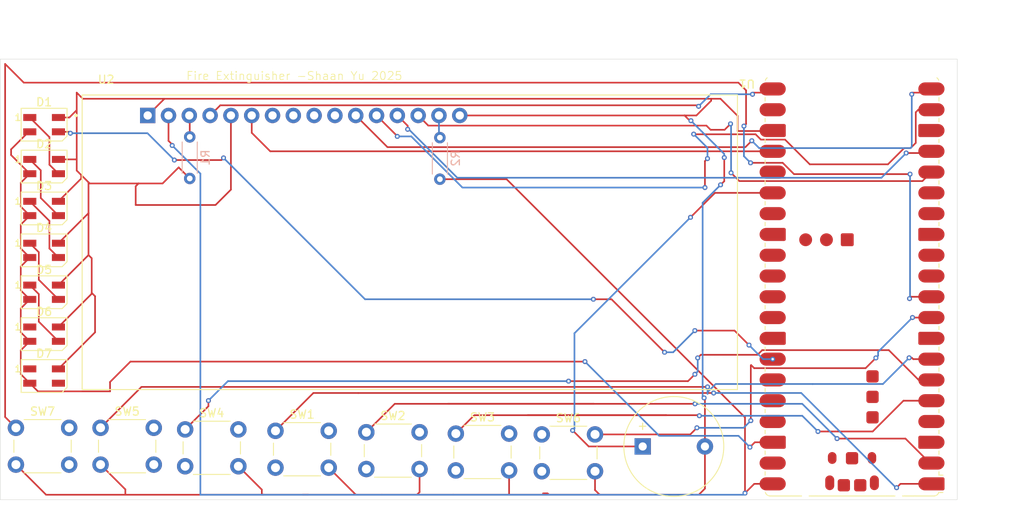
<source format=kicad_pcb>
(kicad_pcb (version 20240108) (generator "pcbnew") (generator_version "8.0")
  (layers (0 "F.Cu" signal) (31 "B.Cu" signal) (34 "B.Paste" user) (35 "F.Paste" user) (36 "B.SilkS" user "B.Silkscreen") (37 "F.SilkS" user "F.Silkscreen") (38 "B.Mask" user) (39 "F.Mask" user) (44 "Edge.Cuts" user))
  (net 0 "")
  (net 1 "Net-(BZ1-+)")
  (net 2 "Net-(BZ1--)")
  (net 3 "Net-(U2-VO)")
  (net 4 "Net-(U2-A)")
  (net 5 "Net-(U1-VBUS)")
  (net 6 "Net-(U1-GPIO0)")
  (net 7 "Net-(U1-GPIO1)")
  (net 8 "Net-(U1-GPIO3)")
  (net 12 "Net-(U1-GPIO14)")
  (net 14 "Net-(U1-GPIO18)")
  (net 18 "Net-(U1-GPIO4)")
  (net 19 "Net-(U1-GPIO13)")
  (net 21 "Net-(U1-GPIO16)")
  (net 23 "Net-(U1-GPIO15)")
  (net 26 "Net-(U1-GPIO12)")
  (net 33 "Net-(U1-GPIO5)")
  (net 36 "Net-(U1-GPIO6)")
  (net 39 "Net-(U1-GPIO7)")
  (net 45 "Net-(D1-DIN)")
  (net 46 "Net-(D1-DOUT)")
  (net 47 "Net-(D1-VSS)")
  (net 48 "Net-(D2-DOUT)")
  (net 49 "Net-(D3-DOUT)")
  (net 50 "Net-(D4-DOUT)")
  (net 51 "Net-(D5-DOUT)")
  (footprint "Button_Switch_THT:SW_PUSH_6mm" (layer "F.Cu") (at 81.85 72.06)
    (property "Reference" "SW3")
    (property "Value" "SW_Push")
  )
  (footprint "LED_SMD:LED_SK6812MINI_PLCC4_3.5x3.5mm_P1.75mm" (layer "F.Cu") (at 31.58 34.305)
    (property "Reference" "D1")
    (property "Value" "SK6812MINI")
  )
  (footprint "Button_Switch_THT:SW_PUSH_6mm" (layer "F.Cu") (at 92.34 72.16)
    (property "Reference" "SW6")
    (property "Value" "SW_Push")
  )
  (footprint "Button_Switch_THT:SW_PUSH_6mm" (layer "F.Cu") (at 28.14 71.35)
    (property "Reference" "SW7")
    (property "Value" "SW_Push")
  )
  (footprint "LED_SMD:LED_SK6812MINI_PLCC4_3.5x3.5mm_P1.75mm" (layer "F.Cu") (at 31.58 59.905)
    (property "Reference" "D6")
    (property "Value" "SK6812MINI")
  )
  (footprint "LED_SMD:LED_SK6812MINI_PLCC4_3.5x3.5mm_P1.75mm" (layer "F.Cu") (at 31.58 44.545)
    (property "Reference" "D3")
    (property "Value" "SK6812MINI")
  )
  (footprint "Button_Switch_THT:SW_PUSH_6mm" (layer "F.Cu") (at 48.8 71.55)
    (property "Reference" "SW4")
    (property "Value" "SW_Push")
  )
  (footprint "LED_SMD:LED_SK6812MINI_PLCC4_3.5x3.5mm_P1.75mm" (layer "F.Cu") (at 31.58 65.025)
    (property "Reference" "D7")
    (property "Value" "SK6812MINI")
  )
  (footprint "Buzzer_Beeper:Buzzer_12x9.5RM7.6" (layer "F.Cu") (at 104.66 73.63)
    (property "Reference" "BZ1" (hide yes))
    (property "Value" "Buzzer")
  )
  (footprint "Button_Switch_THT:SW_PUSH_6mm" (layer "F.Cu") (at 70.92 71.89)
    (property "Reference" "SW2")
    (property "Value" "SW_Push")
  )
  (footprint "Module:RaspberryPi_Pico_W_SMD" (layer "F.Cu") (at 130.22 54.07 180)
    (property "Reference" "U1")
    (property "Value" "Pico")
  )
  (footprint "LED_SMD:LED_SK6812MINI_PLCC4_3.5x3.5mm_P1.75mm" (layer "F.Cu") (at 31.58 54.785)
    (property "Reference" "D5")
    (property "Value" "SK6812MINI")
  )
  (footprint "LED_SMD:LED_SK6812MINI_PLCC4_3.5x3.5mm_P1.75mm" (layer "F.Cu") (at 31.58 39.425)
    (property "Reference" "D2")
    (property "Value" "SK6812MINI")
  )
  (footprint "Button_Switch_THT:SW_PUSH_6mm" (layer "F.Cu") (at 59.83 71.72)
    (property "Reference" "SW1")
    (property "Value" "SW_Push")
  )
  (footprint "Button_Switch_THT:SW_PUSH_6mm" (layer "F.Cu") (at 38.47 71.35)
    (property "Reference" "SW5")
    (property "Value" "SW_Push")
  )
  (footprint "LCD-16X2:MODULE_LCD-16X2" (layer "F.Cu") (at 76.2275 48.68)
    (property "Reference" "U2")
    (property "Value" "LCD-16X2")
  )
  (footprint "LED_SMD:LED_SK6812MINI_PLCC4_3.5x3.5mm_P1.75mm" (layer "F.Cu") (at 31.58 49.665)
    (property "Reference" "D4")
    (property "Value" "SK6812MINI")
  )
  (footprint "Resistor_THT:R_Axial_DIN0204_L3.6mm_D1.6mm_P5.08mm_Horizontal" (layer "B.Cu") (at 49.36 40.88 90)
    (property "Reference" "R1")
    (property "Value" "R")
  )
  (footprint "Resistor_THT:R_Axial_DIN0204_L3.6mm_D1.6mm_P5.08mm_Horizontal" (layer "B.Cu") (at 79.9 40.97 90)
    (property "Reference" "R2")
    (property "Value" "R")
  )
  (gr_rect (start 26.22 26.29) (end 143.06 80.13) (stroke (width 0.05)) (fill none) (layer "Edge.Cuts"))
  (gr_text "Fire Extinguisher -Shaan Yu 2025" (at 48.87 28.93 0) (layer "F.SilkS") (effects (font (size 1 1) (thickness 0.1)) (justify left bottom)))
  (segment (start 110.5 45.63) (end 113.49 42.64) (width 0.2) (layer "F.Cu") (net 1))
  (segment (start 104.66 73.63) (end 98.07 73.63) (width 0.2) (layer "F.Cu") (net 1))
  (segment (start 98.07 73.63) (end 96.11 71.67) (width 0.2) (layer "F.Cu") (net 1))
  (segment (start 113.49 42.64) (end 120.53 42.64) (width 0.2) (layer "F.Cu") (net 1))
  (via (at 96.11 71.67) (size 0.6) (drill 0.3) (layers "F.Cu" "B.Cu") (net 1))
  (via (at 110.5 45.63) (size 0.6) (drill 0.3) (layers "F.Cu" "B.Cu") (net 1))
  (segment (start 96.33 71.45) (end 96.33 59.8) (width 0.2) (layer "B.Cu") (net 1))
  (segment (start 96.33 59.8) (end 110.5 45.63) (width 0.2) (layer "B.Cu") (net 1))
  (segment (start 96.11 71.67) (end 96.33 71.45) (width 0.2) (layer "B.Cu") (net 1))
  (segment (start 46.2675 31.14) (end 113.02 31.14) (width 0.2) (layer "F.Cu") (net 2))
  (segment (start 113.02 31.378529) (end 113.02 31.14) (width 0.2) (layer "F.Cu") (net 2))
  (segment (start 112.26 67.797952) (end 112.16 67.697952) (width 0.2) (layer "F.Cu") (net 2))
  (segment (start 55.3 76.05) (end 58.16 78.91) (width 0.2) (layer "F.Cu") (net 2))
  (segment (start 41.5 79.53) (end 58.39 79.53) (width 0.2) (layer "F.Cu") (net 2))
  (segment (start 110.4098 33.8198) (end 109.77 33.18) (width 0.2) (layer "F.Cu") (net 2))
  (segment (start 33.33 33.43) (end 34.66 33.43) (width 0.2) (layer "F.Cu") (net 2))
  (segment (start 114.162374 31.14) (end 116.25 33.227626) (width 0.2) (layer "F.Cu") (net 2))
  (segment (start 77.42 79.21) (end 77.1 79.53) (width 0.2) (layer "F.Cu") (net 2))
  (segment (start 38.47 75.85) (end 41.5 78.88) (width 0.2) (layer "F.Cu") (net 2))
  (segment (start 33.33 43.67) (end 36.11 40.89) (width 0.2) (layer "F.Cu") (net 2))
  (segment (start 111.218529 33.18) (end 113.02 31.378529) (width 0.2) (layer "F.Cu") (net 2))
  (segment (start 31.82 79.53) (end 41.5 79.53) (width 0.2) (layer "F.Cu") (net 2))
  (segment (start 69.61 79.53) (end 72.81 79.53) (width 0.2) (layer "F.Cu") (net 2))
  (segment (start 37.14 41.49) (end 37 41.35) (width 0.2) (layer "F.Cu") (net 2))
  (segment (start 48.0073 39.5273) (end 46.0446 41.49) (width 0.2) (layer "F.Cu") (net 2))
  (segment (start 37 41.35) (end 36.11 40.46) (width 0.2) (layer "F.Cu") (net 2))
  (segment (start 33.33 48.79) (end 37 45.12) (width 0.2) (layer "F.Cu") (net 2))
  (segment (start 54.3875 42.2425) (end 52.51 44.12) (width 0.2) (layer "F.Cu") (net 2))
  (segment (start 120.47 35.08) (end 120.53 35.02) (width 0.2) (layer "F.Cu") (net 2))
  (segment (start 36.11 40.46) (end 35.56 39.91) (width 0.2) (layer "F.Cu") (net 2))
  (segment (start 93.21 79.53) (end 99.41 79.53) (width 0.2) (layer "F.Cu") (net 2))
  (segment (start 93.04 79.36) (end 93.21 79.53) (width 0.2) (layer "F.Cu") (net 2))
  (segment (start 112.26 73.63) (end 112.26 67.797952) (width 0.2) (layer "F.Cu") (net 2))
  (segment (start 72.81 79.53) (end 77.1 79.53) (width 0.2) (layer "F.Cu") (net 2))
  (segment (start 110.55 33.8198) (end 110.4098 33.8198) (width 0.2) (layer "F.Cu") (net 2))
  (segment (start 88.35 76.56) (end 88.35 79.48) (width 0.2) (layer "F.Cu") (net 2))
  (segment (start 33.33 53.91) (end 37 50.24) (width 0.2) (layer "F.Cu") (net 2))
  (segment (start 77.42 76.39) (end 77.42 79.21) (width 0.2) (layer "F.Cu") (net 2))
  (segment (start 54.3875 33.18) (end 54.3875 42.2425) (width 0.2) (layer "F.Cu") (net 2))
  (segment (start 37.8 59.68) (end 37.8 55.27) (width 0.2) (layer "F.Cu") (net 2))
  (segment (start 35.56 39.91) (end 35.56 38.62) (width 0.2) (layer "F.Cu") (net 2))
  (segment (start 42.76 41.84) (end 43.11 41.49) (width 0.2) (layer "F.Cu") (net 2))
  (segment (start 99.41 79.53) (end 111.61 79.53) (width 0.2) (layer "F.Cu") (net 2))
  (segment (start 92.5 79.36) (end 93.04 79.36) (width 0.2) (layer "F.Cu") (net 2))
  (segment (start 37.8 55.27) (end 37.39 54.86) (width 0.2) (layer "F.Cu") (net 2))
  (segment (start 82.3275 33.18) (end 109.77 33.18) (width 0.2) (layer "F.Cu") (net 2))
  (segment (start 116.25 33.227626) (end 116.25 35.08) (width 0.2) (layer "F.Cu") (net 2))
  (segment (start 113.02 31.14) (end 114.162374 31.14) (width 0.2) (layer "F.Cu") (net 2))
  (segment (start 28.14 75.85) (end 31.82 79.53) (width 0.2) (layer "F.Cu") (net 2))
  (segment (start 35.49 38.55) (end 35.56 38.62) (width 0.2) (layer "F.Cu") (net 2))
  (segment (start 77.1 79.53) (end 81.53 79.53) (width 0.2) (layer "F.Cu") (net 2))
  (segment (start 58.39 79.53) (end 63.82 79.53) (width 0.2) (layer "F.Cu") (net 2))
  (segment (start 52.51 44.12) (end 42.76 44.12) (width 0.2) (layer "F.Cu") (net 2))
  (segment (start 114.62 41.21) (end 114.62 38.33) (width 0.2) (layer "F.Cu") (net 2))
  (segment (start 37 45.12) (end 37 41.35) (width 0.2) (layer "F.Cu") (net 2))
  (segment (start 88.35 79.48) (end 88.4 79.53) (width 0.2) (layer "F.Cu") (net 2))
  (segment (start 43.11 41.49) (end 37.14 41.49) (width 0.2) (layer "F.Cu") (net 2))
  (segment (start 111.61 79.43) (end 112.26 78.78) (width 0.2) (layer "F.Cu") (net 2))
  (segment (start 109.77 33.18) (end 111.218529 33.18) (width 0.2) (layer "F.Cu") (net 2))
  (segment (start 37.39 50.63) (end 37 50.24) (width 0.2) (layer "F.Cu") (net 2))
  (segment (start 35.56 38.62) (end 35.56 32.53) (width 0.2) (layer "F.Cu") (net 2))
  (segment (start 88.4 79.53) (end 93.21 79.53) (width 0.2) (layer "F.Cu") (net 2))
  (segment (start 114.17 41.66) (end 114.62 41.21) (width 0.2) (layer "F.Cu") (net 2))
  (segment (start 111.61 79.53) (end 111.61 79.43) (width 0.2) (layer "F.Cu") (net 2))
  (segment (start 69.61 79.5) (end 69.61 79.53) (width 0.2) (layer "F.Cu") (net 2))
  (segment (start 36.11 40.89) (end 36.11 40.46) (width 0.2) (layer "F.Cu") (net 2))
  (segment (start 33.33 59.03) (end 37.39 54.97) (width 0.2) (layer "F.Cu") (net 2))
  (segment (start 63.14 79.53) (end 63.82 79.53) (width 0.2) (layer "F.Cu") (net 2))
  (segment (start 46.0446 41.49) (end 43.11 41.49) (width 0.2) (layer "F.Cu") (net 2))
  (segment (start 55.1 75.85) (end 55.3 76.05) (width 0.2) (layer "F.Cu") (net 2))
  (segment (start 35.56 32.53) (end 35.56 30.39) (width 0.2) (layer "F.Cu") (net 2))
  (segment (start 37.39 54.97) (end 37.39 54.86) (width 0.2) (layer "F.Cu") (net 2))
  (segment (start 37 50.24) (end 37 45.12) (width 0.2) (layer "F.Cu") (net 2))
  (segment (start 42.76 44.12) (end 42.76 41.84) (width 0.2) (layer "F.Cu") (net 2))
  (segment (start 33.33 38.55) (end 35.49 38.55) (width 0.2) (layer "F.Cu") (net 2))
  (segment (start 58.16 79.53) (end 58.39 79.53) (width 0.2) (layer "F.Cu") (net 2))
  (segment (start 116.25 35.08) (end 120.47 35.08) (width 0.2) (layer "F.Cu") (net 2))
  (segment (start 63.82 79.53) (end 69.61 79.53) (width 0.2) (layer "F.Cu") (net 2))
  (segment (start 36.31 31.14) (end 46.2675 31.14) (width 0.2) (layer "F.Cu") (net 2))
  (segment (start 33.33 64.15) (end 37.8 59.68) (width 0.2) (layer "F.Cu") (net 2))
  (segment (start 112.26 78.78) (end 112.26 73.63) (width 0.2) (layer "F.Cu") (net 2))
  (segment (start 41.5 78.88) (end 41.5 79.53) (width 0.2) (layer "F.Cu") (net 2))
  (segment (start 34.66 33.43) (end 35.56 32.53) (width 0.2) (layer "F.Cu") (net 2))
  (segment (start 49.36 40.88) (end 48.0073 39.5273) (width 0.2) (layer "F.Cu") (net 2))
  (segment (start 35.56 30.39) (end 36.31 31.14) (width 0.2) (layer "F.Cu") (net 2))
  (segment (start 81.53 79.53) (end 88.4 79.53) (width 0.2) (layer "F.Cu") (net 2))
  (segment (start 98.84 76.66) (end 98.84 78.96) (width 0.2) (layer "F.Cu") (net 2))
  (segment (start 44.2275 33.18) (end 46.2675 31.14) (width 0.2) (layer "F.Cu") (net 2))
  (segment (start 66.33 76.22) (end 69.61 79.5) (width 0.2) (layer "F.Cu") (net 2))
  (segment (start 98.84 78.96) (end 99.41 79.53) (width 0.2) (layer "F.Cu") (net 2))
  (segment (start 58.16 78.91) (end 58.16 79.53) (width 0.2) (layer "F.Cu") (net 2))
  (segment (start 37.39 54.86) (end 37.39 50.63) (width 0.2) (layer "F.Cu") (net 2))
  (via (at 112.16 67.697952) (size 0.6) (drill 0.3) (layers "F.Cu" "B.Cu") (net 2))
  (via (at 114.17 41.66) (size 0.6) (drill 0.3) (layers "F.Cu" "B.Cu") (net 2))
  (via (at 114.62 38.33) (size 0.6) (drill 0.3) (layers "F.Cu" "B.Cu") (net 2))
  (via (at 110.55 33.8198) (size 0.6) (drill 0.3) (layers "F.Cu" "B.Cu") (net 2))
  (segment (start 112.16 67.697952) (end 111.9775 67.515452) (width 0.2) (layer "B.Cu") (net 2))
  (segment (start 111.9775 67.515452) (end 111.9775 43.8525) (width 0.2) (layer "B.Cu") (net 2))
  (segment (start 114.62 38.33) (end 114.62 37.8898) (width 0.2) (layer "B.Cu") (net 2))
  (segment (start 114.62 37.8898) (end 110.55 33.8198) (width 0.2) (layer "B.Cu") (net 2))
  (segment (start 111.9775 43.8525) (end 114.17 41.66) (width 0.2) (layer "B.Cu") (net 2))
  (segment (start 49.36 35.8) (end 49.36 33.2325) (width 0.2) (layer "F.Cu") (net 3))
  (segment (start 49.36 33.2325) (end 49.3075 33.18) (width 0.2) (layer "F.Cu") (net 3))
  (segment (start 79.7875 33.18) (end 79.7875 35.7775) (width 0.2) (layer "B.Cu") (net 4))
  (segment (start 79.7875 35.7775) (end 79.9 35.89) (width 0.2) (layer "B.Cu") (net 4))
  (segment (start 118.28 78.2) (end 120.53 78.2) (width 0.2) (layer "F.Cu") (net 5))
  (segment (start 88.042626 40.97) (end 79.9 40.97) (width 0.2) (layer "F.Cu") (net 5))
  (segment (start 117.15 70.077374) (end 88.042626 40.97) (width 0.2) (layer "F.Cu") (net 5))
  (segment (start 46.7675 36.2775) (end 47.2 36.71) (width 0.2) (layer "F.Cu") (net 5))
  (segment (start 117.15 79.33) (end 117.15 70.077374) (width 0.2) (layer "F.Cu") (net 5))
  (segment (start 47.2 36.71) (end 47.2 36.83) (width 0.2) (layer "F.Cu") (net 5))
  (segment (start 47.2 36.83) (end 47.22 36.85) (width 0.2) (layer "F.Cu") (net 5))
  (segment (start 117.15 79.33) (end 118.28 78.2) (width 0.2) (layer "F.Cu") (net 5))
  (segment (start 46.7675 33.18) (end 46.7675 36.2775) (width 0.2) (layer "F.Cu") (net 5))
  (via (at 117.15 79.33) (size 0.6) (drill 0.3) (layers "F.Cu" "B.Cu") (net 5))
  (via (at 47.22 36.85) (size 0.6) (drill 0.3) (layers "F.Cu" "B.Cu") (net 5))
  (segment (start 50.66 79.53) (end 116.95 79.53) (width 0.2) (layer "B.Cu") (net 5))
  (segment (start 116.95 79.53) (end 117.15 79.33) (width 0.2) (layer "B.Cu") (net 5))
  (segment (start 50.66 40.29) (end 50.66 79.53) (width 0.2) (layer "B.Cu") (net 5))
  (segment (start 47.22 36.85) (end 50.66 40.29) (width 0.2) (layer "B.Cu") (net 5))
  (segment (start 135.66 78.67) (end 136.13 78.2) (width 0.2) (layer "F.Cu") (net 6))
  (segment (start 69.93 67.097952) (end 113.322048 67.097952) (width 0.2) (layer "F.Cu") (net 6))
  (segment (start 64.452048 67.097952) (end 69.93 67.097952) (width 0.2) (layer "F.Cu") (net 6))
  (segment (start 59.83 71.72) (end 64.452048 67.097952) (width 0.2) (layer "F.Cu") (net 6))
  (segment (start 136.13 78.2) (end 139.91 78.2) (width 0.2) (layer "F.Cu") (net 6))
  (via (at 135.66 78.67) (size 0.6) (drill 0.3) (layers "F.Cu" "B.Cu") (net 6))
  (via (at 113.322048 67.097952) (size 0.6) (drill 0.3) (layers "F.Cu" "B.Cu") (net 6))
  (segment (start 135.6 78.61) (end 135.66 78.67) (width 0.2) (layer "B.Cu") (net 6))
  (segment (start 113.322048 67.097952) (end 124.017952 67.097952) (width 0.2) (layer "B.Cu") (net 6))
  (segment (start 135.53 78.61) (end 135.6 78.61) (width 0.2) (layer "B.Cu") (net 6))
  (segment (start 124.017952 67.097952) (end 135.53 78.61) (width 0.2) (layer "B.Cu") (net 6))
  (segment (start 98.66 68.42) (end 111.05 68.42) (width 0.2) (layer "F.Cu") (net 7))
  (segment (start 74.39 68.42) (end 98.66 68.42) (width 0.2) (layer "F.Cu") (net 7))
  (segment (start 80.89 68.42) (end 98.66 68.42) (width 0.2) (layer "F.Cu") (net 7))
  (segment (start 74.39 68.42) (end 70.92 71.89) (width 0.2) (layer "F.Cu") (net 7))
  (segment (start 128.39 72.67) (end 136.740417 72.67) (width 0.2) (layer "F.Cu") (net 7))
  (segment (start 139.730417 75.66) (end 139.91 75.66) (width 0.2) (layer "F.Cu") (net 7))
  (segment (start 136.740417 72.67) (end 139.730417 75.66) (width 0.2) (layer "F.Cu") (net 7))
  (via (at 128.39 72.67) (size 0.6) (drill 0.3) (layers "F.Cu" "B.Cu") (net 7))
  (via (at 111.05 68.42) (size 0.6) (drill 0.3) (layers "F.Cu" "B.Cu") (net 7))
  (segment (start 111.05 68.42) (end 124.14 68.42) (width 0.2) (layer "B.Cu") (net 7))
  (segment (start 124.14 68.42) (end 128.39 72.67) (width 0.2) (layer "B.Cu") (net 7))
  (segment (start 126.06 71.8) (end 132.73853 71.8) (width 0.2) (layer "F.Cu") (net 8))
  (segment (start 90.6 69.81) (end 107.53 69.81) (width 0.2) (layer "F.Cu") (net 8))
  (segment (start 84.1 69.81) (end 107.53 69.81) (width 0.2) (layer "F.Cu") (net 8))
  (segment (start 107.53 69.81) (end 111.29 69.81) (width 0.2) (layer "F.Cu") (net 8))
  (segment (start 111.29 69.81) (end 111.51 69.81) (width 0.2) (layer "F.Cu") (net 8))
  (segment (start 111.51 69.81) (end 111.58 69.88) (width 0.2) (layer "F.Cu") (net 8))
  (segment (start 132.73853 71.8) (end 136.49853 68.04) (width 0.2) (layer "F.Cu") (net 8))
  (segment (start 136.49853 68.04) (end 139.91 68.04) (width 0.2) (layer "F.Cu") (net 8))
  (segment (start 81.85 72.06) (end 84.1 69.81) (width 0.2) (layer "F.Cu") (net 8))
  (via (at 111.58 69.88) (size 0.6) (drill 0.3) (layers "F.Cu" "B.Cu") (net 8))
  (via (at 126.06 71.8) (size 0.6) (drill 0.3) (layers "F.Cu" "B.Cu") (net 8))
  (segment (start 111.58 69.88) (end 124.14 69.88) (width 0.2) (layer "B.Cu") (net 8))
  (segment (start 124.14 69.88) (end 126.06 71.8) (width 0.2) (layer "B.Cu") (net 8))
  (segment (start 137.361422 37.17) (end 137.999982 36.53144) (width 0.2) (layer "F.Cu") (net 12))
  (segment (start 122.038609 36.130031) (end 125.058578 39.15) (width 0.2) (layer "F.Cu") (net 12))
  (segment (start 137.999982 36.53144) (end 137.999982 32.790018) (width 0.2) (layer "F.Cu") (net 12))
  (segment (start 119.090031 36.130031) (end 122.038609 36.130031) (width 0.2) (layer "F.Cu") (net 12))
  (segment (start 110.91 35.48) (end 118.44 35.48) (width 0.2) (layer "F.Cu") (net 12))
  (segment (start 110.89 35.46) (end 110.91 35.48) (width 0.2) (layer "F.Cu") (net 12))
  (segment (start 112.26 41.99) (end 112.26 38.76) (width 0.2) (layer "F.Cu") (net 12))
  (segment (start 137.999982 32.790018) (end 138.31 32.48) (width 0.2) (layer "F.Cu") (net 12))
  (segment (start 138.31 32.48) (end 139.91 32.48) (width 0.2) (layer "F.Cu") (net 12))
  (segment (start 74.6575 35.67) (end 74.6575 35.6975) (width 0.2) (layer "F.Cu") (net 12))
  (segment (start 72.1675 33.18) (end 74.6575 35.67) (width 0.2) (layer "F.Cu") (net 12))
  (segment (start 125.058578 39.15) (end 134.601471 39.15) (width 0.2) (layer "F.Cu") (net 12))
  (segment (start 134.601471 39.15) (end 136.581471 37.17) (width 0.2) (layer "F.Cu") (net 12))
  (segment (start 112.26 38.76) (end 112.57 38.45) (width 0.2) (layer "F.Cu") (net 12))
  (segment (start 136.581471 37.17) (end 137.361422 37.17) (width 0.2) (layer "F.Cu") (net 12))
  (segment (start 74.6575 35.6975) (end 74.7 35.74) (width 0.2) (layer "F.Cu") (net 12))
  (segment (start 118.44 35.48) (end 119.090031 36.130031) (width 0.2) (layer "F.Cu") (net 12))
  (via (at 110.89 35.46) (size 0.6) (drill 0.3) (layers "F.Cu" "B.Cu") (net 12))
  (via (at 74.7 35.74) (size 0.6) (drill 0.3) (layers "F.Cu" "B.Cu") (net 12))
  (via (at 112.26 41.99) (size 0.6) (drill 0.3) (layers "F.Cu" "B.Cu") (net 12))
  (via (at 112.57 38.45) (size 0.6) (drill 0.3) (layers "F.Cu" "B.Cu") (net 12))
  (segment (start 82.654314 41.99) (end 112.26 41.99) (width 0.2) (layer "B.Cu") (net 12))
  (segment (start 112.57 37.14) (end 110.89 35.46) (width 0.2) (layer "B.Cu") (net 12))
  (segment (start 74.7 35.74) (end 76.404314 35.74) (width 0.2) (layer "B.Cu") (net 12))
  (segment (start 76.404314 35.74) (end 82.654314 41.99) (width 0.2) (layer "B.Cu") (net 12))
  (segment (start 112.57 38.45) (end 112.57 37.14) (width 0.2) (layer "B.Cu") (net 12))
  (segment (start 56.9275 33.18) (end 56.9275 35.2975) (width 0.2) (layer "F.Cu") (net 14))
  (segment (start 56.9275 35.2975) (end 59.19 37.56) (width 0.2) (layer "F.Cu") (net 14))
  (segment (start 59.19 37.56) (end 120.53 37.56) (width 0.2) (layer "F.Cu") (net 14))
  (segment (start 119.25 61.86) (end 134.71 61.86) (width 0.2) (layer "F.Cu") (net 18))
  (segment (start 95.61 65.65) (end 110.193074 65.65) (width 0.2) (layer "F.Cu") (net 18))
  (segment (start 134.71 61.86) (end 138.35 65.5) (width 0.2) (layer "F.Cu") (net 18))
  (segment (start 111.7575 62.43) (end 118.68 62.43) (width 0.2) (layer "F.Cu") (net 18))
  (segment (start 51.64 68.71) (end 51.64 68.03) (width 0.2) (layer "F.Cu") (net 18))
  (segment (start 138.35 65.5) (end 139.91 65.5) (width 0.2) (layer "F.Cu") (net 18))
  (segment (start 110.193074 65.65) (end 111.033585 64.809489) (width 0.2) (layer "F.Cu") (net 18))
  (segment (start 48.8 71.55) (end 51.64 68.71) (width 0.2) (layer "F.Cu") (net 18))
  (segment (start 111.3775 62.81) (end 111.7575 62.43) (width 0.2) (layer "F.Cu") (net 18))
  (segment (start 118.68 62.43) (end 119.25 61.86) (width 0.2) (layer "F.Cu") (net 18))
  (via (at 111.033585 64.809489) (size 0.6) (drill 0.3) (layers "F.Cu" "B.Cu") (net 18))
  (via (at 51.64 68.03) (size 0.6) (drill 0.3) (layers "F.Cu" "B.Cu") (net 18))
  (via (at 111.3775 62.81) (size 0.6) (drill 0.3) (layers "F.Cu" "B.Cu") (net 18))
  (via (at 95.61 65.65) (size 0.6) (drill 0.3) (layers "F.Cu" "B.Cu") (net 18))
  (segment (start 54.02 65.65) (end 95.61 65.65) (width 0.2) (layer "B.Cu") (net 18))
  (segment (start 111.033585 64.809489) (end 111.3775 64.465574) (width 0.2) (layer "B.Cu") (net 18))
  (segment (start 111.3775 64.465574) (end 111.3775 62.81) (width 0.2) (layer "B.Cu") (net 18))
  (segment (start 51.64 68.03) (end 54.02 65.65) (width 0.2) (layer "B.Cu") (net 18))
  (segment (start 139.7 37.77) (end 139.91 37.56) (width 0.2) (layer "F.Cu") (net 19))
  (segment (start 136.83 37.77) (end 139.7 37.77) (width 0.2) (layer "F.Cu") (net 19))
  (segment (start 74.7075 33.18) (end 75.97 34.4425) (width 0.2) (layer "F.Cu") (net 19))
  (segment (start 75.97 34.4425) (end 75.97 34.87) (width 0.2) (layer "F.Cu") (net 19))
  (via (at 136.83 37.77) (size 0.6) (drill 0.3) (layers "F.Cu" "B.Cu") (net 19))
  (via (at 75.97 34.87) (size 0.6) (drill 0.3) (layers "F.Cu" "B.Cu") (net 19))
  (segment (start 75.97 34.87) (end 76.1 34.87) (width 0.2) (layer "B.Cu") (net 19))
  (segment (start 76.1 34.87) (end 82.02 40.79) (width 0.2) (layer "B.Cu") (net 19))
  (segment (start 82.02 40.79) (end 133.81 40.79) (width 0.2) (layer "B.Cu") (net 19))
  (segment (start 133.81 40.79) (end 136.83 37.77) (width 0.2) (layer "B.Cu") (net 19))
  (segment (start 118.07 30.59) (end 118.07 30.47) (width 0.2) (layer "F.Cu") (net 21))
  (segment (start 118.07 30.47) (end 118.15 30.39) (width 0.2) (layer "F.Cu") (net 21))
  (segment (start 118.15 30.39) (end 120.53 30.39) (width 0.2) (layer "F.Cu") (net 21))
  (segment (start 111.3702 31.9402) (end 111.49 32.06) (width 0.2) (layer "F.Cu") (net 21))
  (segment (start 53.0873 31.9402) (end 111.3702 31.9402) (width 0.2) (layer "F.Cu") (net 21))
  (segment (start 51.8475 33.18) (end 53.0873 31.9402) (width 0.2) (layer "F.Cu") (net 21))
  (via (at 111.49 32.06) (size 0.6) (drill 0.3) (layers "F.Cu" "B.Cu") (net 21))
  (via (at 118.07 30.59) (size 0.6) (drill 0.3) (layers "F.Cu" "B.Cu") (net 21))
  (segment (start 111.49 32.06) (end 112.96 30.59) (width 0.2) (layer "B.Cu") (net 21))
  (segment (start 112.96 30.59) (end 118.07 30.59) (width 0.2) (layer "B.Cu") (net 21))
  (segment (start 69.6275 33.18) (end 73.4975 37.05) (width 0.2) (layer "F.Cu") (net 23))
  (segment (start 137.51 30.59) (end 137.51 30.47) (width 0.2) (layer "F.Cu") (net 23))
  (segment (start 73.4975 37.05) (end 117.2 37.05) (width 0.2) (layer "F.Cu") (net 23))
  (segment (start 117.2 37.05) (end 117.98 36.27) (width 0.2) (layer "F.Cu") (net 23))
  (segment (start 137.51 30.47) (end 137.59 30.39) (width 0.2) (layer "F.Cu") (net 23))
  (segment (start 137.59 30.39) (end 139.91 30.39) (width 0.2) (layer "F.Cu") (net 23))
  (via (at 137.51 30.59) (size 0.6) (drill 0.3) (layers "F.Cu" "B.Cu") (net 23))
  (via (at 117.98 36.27) (size 0.6) (drill 0.3) (layers "F.Cu" "B.Cu") (net 23))
  (segment (start 137.51 37.021422) (end 137.51 30.59) (width 0.2) (layer "B.Cu") (net 23))
  (segment (start 137.361422 37.17) (end 137.51 37.021422) (width 0.2) (layer "B.Cu") (net 23))
  (segment (start 118.88 37.17) (end 137.361422 37.17) (width 0.2) (layer "B.Cu") (net 23))
  (segment (start 117.98 36.27) (end 118.88 37.17) (width 0.2) (layer "B.Cu") (net 23))
  (segment (start 114.660956 34.93) (end 115.387062 34.203894) (width 0.2) (layer "F.Cu") (net 26))
  (segment (start 112.4402 34.4198) (end 112.9504 34.93) (width 0.2) (layer "F.Cu") (net 26))
  (segment (start 78.4873 34.4198) (end 112.4402 34.4198) (width 0.2) (layer "F.Cu") (net 26))
  (segment (start 115.45 40.19) (end 116.46 41.2) (width 0.2) (layer "F.Cu") (net 26))
  (segment (start 138.81 41.2) (end 139.91 40.1) (width 0.2) (layer "F.Cu") (net 26))
  (segment (start 116.46 41.2) (end 138.81 41.2) (width 0.2) (layer "F.Cu") (net 26))
  (segment (start 112.9504 34.93) (end 114.660956 34.93) (width 0.2) (layer "F.Cu") (net 26))
  (segment (start 77.2475 33.18) (end 78.4873 34.4198) (width 0.2) (layer "F.Cu") (net 26))
  (via (at 115.45 40.19) (size 0.6) (drill 0.3) (layers "F.Cu" "B.Cu") (net 26))
  (via (at 115.387062 34.203894) (size 0.6) (drill 0.3) (layers "F.Cu" "B.Cu") (net 26))
  (segment (start 115.45 34.266832) (end 115.45 40.19) (width 0.2) (layer "B.Cu") (net 26))
  (segment (start 115.387062 34.203894) (end 115.45 34.266832) (width 0.2) (layer "B.Cu") (net 26))
  (segment (start 137.53 62.8) (end 137.69 62.96) (width 0.2) (layer "F.Cu") (net 33))
  (segment (start 137.19 62.8) (end 137.53 62.8) (width 0.2) (layer "F.Cu") (net 33))
  (segment (start 137.69 62.96) (end 139.91 62.96) (width 0.2) (layer "F.Cu") (net 33))
  (segment (start 38.47 71.35) (end 43.466598 66.353402) (width 0.2) (layer "F.Cu") (net 33))
  (segment (start 43.466598 66.353402) (end 112.5775 66.353402) (width 0.2) (layer "F.Cu") (net 33))
  (via (at 137.19 62.8) (size 0.6) (drill 0.3) (layers "F.Cu" "B.Cu") (net 33))
  (via (at 112.5775 66.353402) (size 0.6) (drill 0.3) (layers "F.Cu" "B.Cu") (net 33))
  (segment (start 112.5775 66.353402) (end 112.5775 67.201933) (width 0.2) (layer "B.Cu") (net 33))
  (segment (start 125.41 66) (end 133.99 66) (width 0.2) (layer "B.Cu") (net 33))
  (segment (start 133.99 66) (end 137.19 62.8) (width 0.2) (layer "B.Cu") (net 33))
  (segment (start 112.5775 67.201933) (end 112.5775 66.993971) (width 0.2) (layer "B.Cu") (net 33))
  (segment (start 112.5775 66.993971) (end 113.571471 66) (width 0.2) (layer "B.Cu") (net 33))
  (segment (start 113.571471 66) (end 125.41 66) (width 0.2) (layer "B.Cu") (net 33))
  (segment (start 118.27 64.06) (end 131.88 64.06) (width 0.2) (layer "F.Cu") (net 36))
  (segment (start 98.84 72.16) (end 110.47 72.16) (width 0.2) (layer "F.Cu") (net 36))
  (segment (start 117.86 63.73) (end 117.9 63.69) (width 0.2) (layer "F.Cu") (net 36))
  (segment (start 110.47 72.16) (end 111.28 71.35) (width 0.2) (layer "F.Cu") (net 36))
  (segment (start 137.6 57.87) (end 137.61 57.88) (width 0.2) (layer "F.Cu") (net 36))
  (segment (start 137.61 57.88) (end 139.91 57.88) (width 0.2) (layer "F.Cu") (net 36))
  (segment (start 117.86 70.48) (end 117.86 63.73) (width 0.2) (layer "F.Cu") (net 36))
  (segment (start 131.88 64.06) (end 133.13 62.81) (width 0.2) (layer "F.Cu") (net 36))
  (segment (start 117.9 63.69) (end 118.27 64.06) (width 0.2) (layer "F.Cu") (net 36))
  (via (at 117.86 70.48) (size 0.6) (drill 0.3) (layers "F.Cu" "B.Cu") (net 36))
  (via (at 133.13 62.81) (size 0.6) (drill 0.3) (layers "F.Cu" "B.Cu") (net 36))
  (via (at 137.6 57.87) (size 0.6) (drill 0.3) (layers "F.Cu" "B.Cu") (net 36))
  (via (at 111.28 71.35) (size 0.6) (drill 0.3) (layers "F.Cu" "B.Cu") (net 36))
  (segment (start 133.4 62.54) (end 133.4 62.07) (width 0.2) (layer "B.Cu") (net 36))
  (segment (start 133.13 62.81) (end 133.4 62.54) (width 0.2) (layer "B.Cu") (net 36))
  (segment (start 133.4 62.07) (end 137.6 57.87) (width 0.2) (layer "B.Cu") (net 36))
  (segment (start 116.99 71.35) (end 117.86 70.48) (width 0.2) (layer "B.Cu") (net 36))
  (segment (start 111.28 71.35) (end 116.99 71.35) (width 0.2) (layer "B.Cu") (net 36))
  (segment (start 123.135636 40.35) (end 137.3 40.35) (width 0.2) (layer "F.Cu") (net 39))
  (segment (start 116.34 29.17) (end 117.28 30.11) (width 0.2) (layer "F.Cu") (net 39))
  (segment (start 26.82 70.03) (end 26.82 26.89) (width 0.2) (layer "F.Cu") (net 39))
  (segment (start 117.28 30.11) (end 117.28 34.22) (width 0.2) (layer "F.Cu") (net 39))
  (segment (start 29.1 29.17) (end 116.34 29.17) (width 0.2) (layer "F.Cu") (net 39))
  (segment (start 137.24 55.56) (end 137.46 55.34) (width 0.2) (layer "F.Cu") (net 39))
  (segment (start 28.14 71.35) (end 26.82 70.03) (width 0.2) (layer "F.Cu") (net 39))
  (segment (start 117.83 38.97) (end 121.755636 38.97) (width 0.2) (layer "F.Cu") (net 39))
  (segment (start 26.82 26.89) (end 29.1 29.17) (width 0.2) (layer "F.Cu") (net 39))
  (segment (start 117.28 34.22) (end 117.02 34.48) (width 0.2) (layer "F.Cu") (net 39))
  (segment (start 121.755636 38.97) (end 123.135636 40.35) (width 0.2) (layer "F.Cu") (net 39))
  (segment (start 137.46 55.34) (end 139.91 55.34) (width 0.2) (layer "F.Cu") (net 39))
  (via (at 137.24 55.56) (size 0.6) (drill 0.3) (layers "F.Cu" "B.Cu") (net 39))
  (via (at 117.83 38.97) (size 0.6) (drill 0.3) (layers "F.Cu" "B.Cu") (net 39))
  (via (at 117.02 34.48) (size 0.6) (drill 0.3) (layers "F.Cu" "B.Cu") (net 39))
  (via (at 137.3 40.35) (size 0.6) (drill 0.3) (layers "F.Cu" "B.Cu") (net 39))
  (segment (start 137.3 55.5) (end 137.24 55.56) (width 0.2) (layer "B.Cu") (net 39))
  (segment (start 137.3 55.44) (end 137.3 55.5) (width 0.2) (layer "B.Cu") (net 39))
  (segment (start 117.02 38.16) (end 117.83 38.97) (width 0.2) (layer "B.Cu") (net 39))
  (segment (start 117.02 34.48) (end 117.02 38.16) (width 0.2) (layer "B.Cu") (net 39))
  (segment (start 137.3 40.35) (end 137.3 55.44) (width 0.2) (layer "B.Cu") (net 39))
  (segment (start 100.85 55.64) (end 107.33 62.12) (width 0.2) (layer "F.Cu") (net 45))
  (segment (start 111.03 59.47) (end 115.87 59.47) (width 0.2) (layer "F.Cu") (net 45))
  (segment (start 115.87 59.47) (end 117.64 61.24) (width 0.2) (layer "F.Cu") (net 45))
  (segment (start 47.48 38.63) (end 53.23 38.63) (width 0.2) (layer "F.Cu") (net 45))
  (segment (start 33.33 35.18) (end 34.62 35.18) (width 0.2) (layer "F.Cu") (net 45))
  (segment (start 53.23 38.63) (end 53.49 38.37) (width 0.2) (layer "F.Cu") (net 45))
  (segment (start 34.62 35.18) (end 34.79 35.35) (width 0.2) (layer "F.Cu") (net 45))
  (segment (start 98.64 55.64) (end 100.85 55.64) (width 0.2) (layer "F.Cu") (net 45))
  (via (at 117.64 61.24) (size 0.6) (drill 0.3) (layers "F.Cu" "B.Cu") (net 45))
  (via (at 107.33 62.12) (size 0.6) (drill 0.3) (layers "F.Cu" "B.Cu") (net 45))
  (via (at 53.49 38.37) (size 0.6) (drill 0.3) (layers "F.Cu" "B.Cu") (net 45))
  (via (at 34.79 35.35) (size 0.6) (drill 0.3) (layers "F.Cu" "B.Cu") (net 45))
  (via (at 120.53 62.96) (size 0.6) (drill 0.3) (layers "F.Cu" "B.Cu") (net 45))
  (via (at 98.64 55.64) (size 0.6) (drill 0.3) (layers "F.Cu" "B.Cu") (net 45))
  (via (at 47.48 38.63) (size 0.6) (drill 0.3) (layers "F.Cu" "B.Cu") (net 45))
  (via (at 111.03 59.47) (size 0.6) (drill 0.3) (layers "F.Cu" "B.Cu") (net 45))
  (segment (start 70.76 55.64) (end 98.64 55.64) (width 0.2) (layer "B.Cu") (net 45))
  (segment (start 108.38 62.12) (end 111.03 59.47) (width 0.2) (layer "B.Cu") (net 45))
  (segment (start 117.64 61.24) (end 119.36 62.96) (width 0.2) (layer "B.Cu") (net 45))
  (segment (start 34.79 35.35) (end 44.2 35.35) (width 0.2) (layer "B.Cu") (net 45))
  (segment (start 53.49 38.37) (end 70.76 55.64) (width 0.2) (layer "B.Cu") (net 45))
  (segment (start 44.2 35.35) (end 47.48 38.63) (width 0.2) (layer "B.Cu") (net 45))
  (segment (start 119.36 62.96) (end 120.53 62.96) (width 0.2) (layer "B.Cu") (net 45))
  (segment (start 107.33 62.12) (end 108.38 62.12) (width 0.2) (layer "B.Cu") (net 45))
  (segment (start 32.23 39.2) (end 33.33 40.3) (width 0.2) (layer "F.Cu") (net 46))
  (segment (start 29.83 33.43) (end 32.23 35.83) (width 0.2) (layer "F.Cu") (net 46))
  (segment (start 32.23 35.83) (end 32.23 39.2) (width 0.2) (layer "F.Cu") (net 46))
  (segment (start 29.83 35.18) (end 29.69 35.18) (width 0.2) (layer "F.Cu") (net 47))
  (segment (start 28.73 46.52) (end 28.73 49.44) (width 0.2) (layer "F.Cu") (net 47))
  (segment (start 28.73 54.56) (end 29.83 55.66) (width 0.2) (layer "F.Cu") (net 47))
  (segment (start 28.73 51.64) (end 28.73 54.56) (width 0.2) (layer "F.Cu") (net 47))
  (segment (start 28.73 64.8) (end 29.83 65.9) (width 0.2) (layer "F.Cu") (net 47))
  (segment (start 29.69 35.18) (end 27.55 37.32) (width 0.2) (layer "F.Cu") (net 47))
  (segment (start 27.55 38.02) (end 29.83 40.3) (width 0.2) (layer "F.Cu") (net 47))
  (segment (start 29.83 55.66) (end 28.73 56.76) (width 0.2) (layer "F.Cu") (net 47))
  (segment (start 120.53 73.12) (end 118.35 73.12) (width 0.2) (layer "F.Cu") (net 47))
  (segment (start 29.83 45.42) (end 28.73 46.52) (width 0.2) (layer "F.Cu") (net 47))
  (segment (start 97.61 63.26) (end 42.122374 63.26) (width 0.2) (layer "F.Cu") (net 47))
  (segment (start 42.122374 63.26) (end 39.63 65.752374) (width 0.2) (layer "F.Cu") (net 47))
  (segment (start 28.73 41.4) (end 28.73 44.32) (width 0.2) (layer "F.Cu") (net 47))
  (segment (start 29.83 40.3) (end 28.73 41.4) (width 0.2) (layer "F.Cu") (net 47))
  (segment (start 28.73 56.76) (end 28.73 59.68) (width 0.2) (layer "F.Cu") (net 47))
  (segment (start 28.73 49.44) (end 29.83 50.54) (width 0.2) (layer "F.Cu") (net 47))
  (segment (start 29.83 60.78) (end 28.73 61.88) (width 0.2) (layer "F.Cu") (net 47))
  (segment (start 39.63 66.9) (end 30.83 66.9) (width 0.2) (layer "F.Cu") (net 47))
  (segment (start 29.83 50.54) (end 28.73 51.64) (width 0.2) (layer "F.Cu") (net 47))
  (segment (start 28.73 44.32) (end 29.83 45.42) (width 0.2) (layer "F.Cu") (net 47))
  (segment (start 30.83 66.9) (end 29.83 65.9) (width 0.2) (layer "F.Cu") (net 47))
  (segment (start 27.55 37.32) (end 27.55 38.02) (width 0.2) (layer "F.Cu") (net 47))
  (segment (start 28.73 61.88) (end 28.73 64.8) (width 0.2) (layer "F.Cu") (net 47))
  (segment (start 28.73 59.68) (end 29.83 60.78) (width 0.2) (layer "F.Cu") (net 47))
  (segment (start 39.63 65.752374) (end 39.63 66.9) (width 0.2) (layer "F.Cu") (net 47))
  (segment (start 118.35 73.12) (end 117.75 73.72) (width 0.2) (layer "F.Cu") (net 47))
  (via (at 97.61 63.26) (size 0.6) (drill 0.3) (layers "F.Cu" "B.Cu") (net 47))
  (via (at 117.75 73.72) (size 0.6) (drill 0.3) (layers "F.Cu" "B.Cu") (net 47))
  (segment (start 116.36 72.33) (end 106.68 72.33) (width 0.2) (layer "B.Cu") (net 47))
  (segment (start 106.68 72.33) (end 97.61 63.26) (width 0.2) (layer "B.Cu") (net 47))
  (segment (start 117.75 73.72) (end 116.36 72.33) (width 0.2) (layer "B.Cu") (net 47))
  (segment (start 31.17 43.26) (end 33.33 45.42) (width 0.2) (layer "F.Cu") (net 48))
  (segment (start 31.17 39.89) (end 31.17 43.26) (width 0.2) (layer "F.Cu") (net 48))
  (segment (start 29.83 38.55) (end 31.17 39.89) (width 0.2) (layer "F.Cu") (net 48))
  (segment (start 32.23 46.07) (end 32.23 49.44) (width 0.2) (layer "F.Cu") (net 49))
  (segment (start 29.83 43.67) (end 32.23 46.07) (width 0.2) (layer "F.Cu") (net 49))
  (segment (start 32.23 49.44) (end 33.33 50.54) (width 0.2) (layer "F.Cu") (net 49))
  (segment (start 29.83 48.79) (end 30.93 49.89) (width 0.2) (layer "F.Cu") (net 50))
  (segment (start 30.93 53.26) (end 33.33 55.66) (width 0.2) (layer "F.Cu") (net 50))
  (segment (start 30.93 49.89) (end 30.93 53.26) (width 0.2) (layer "F.Cu") (net 50))
  (segment (start 30.93 55.01) (end 30.93 58.38) (width 0.2) (layer "F.Cu") (net 51))
  (segment (start 29.83 53.91) (end 30.93 55.01) (width 0.2) (layer "F.Cu") (net 51))
  (segment (start 30.93 58.38) (end 33.33 60.78) (width 0.2) (layer "F.Cu") (net 51))
)
</source>
